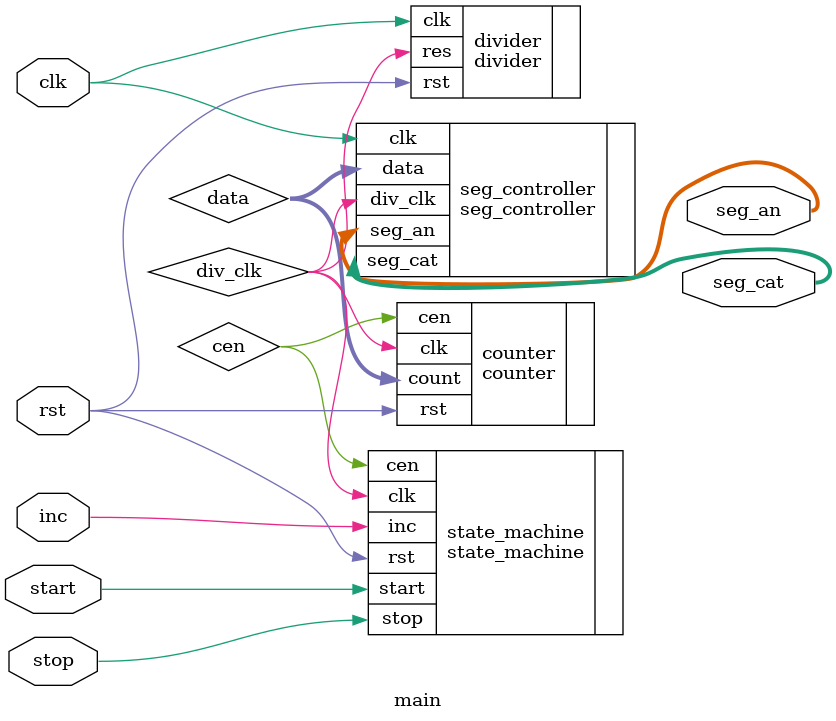
<source format=v>
`timescale 1ns / 1ps

module main (
    input clk,
    input rst,
    input start,
    input stop,
    input inc,
    output [3:0] seg_an,
    output [6:0] seg_cat
);
    wire div_clk;
    wire cen;
    wire [15:0] data;

    divider divider (
        .clk(clk),
        .rst(rst),
        .res(div_clk)
    );

    state_machine state_machine (
        .clk  (div_clk),
        .rst  (rst),
        .start(start),
        .stop (stop),
        .inc  (inc),
        .cen  (cen)
    );

    counter counter (
        .clk  (div_clk),
        .rst  (rst),
        .cen  (cen),
        .count(data)
    );

    seg_controller seg_controller (
        .clk(clk),
        .div_clk(div_clk),
        .data(data),
        .seg_an(seg_an),
        .seg_cat(seg_cat)
    );
endmodule

</source>
